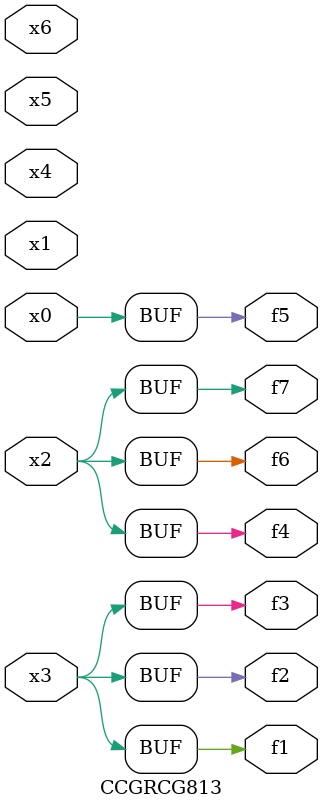
<source format=v>
module CCGRCG813(
	input x0, x1, x2, x3, x4, x5, x6,
	output f1, f2, f3, f4, f5, f6, f7
);
	assign f1 = x3;
	assign f2 = x3;
	assign f3 = x3;
	assign f4 = x2;
	assign f5 = x0;
	assign f6 = x2;
	assign f7 = x2;
endmodule

</source>
